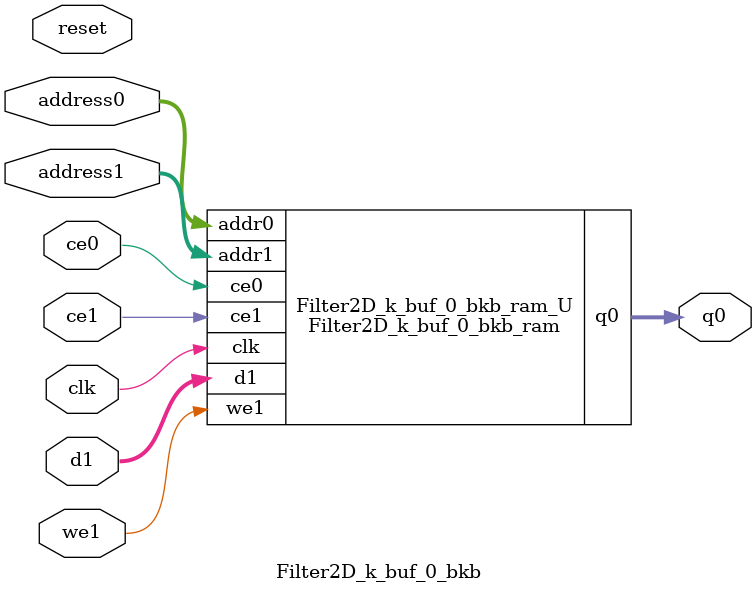
<source format=v>
`timescale 1 ns / 1 ps
module Filter2D_k_buf_0_bkb_ram (addr0, ce0, q0, addr1, ce1, d1, we1,  clk);

parameter DWIDTH = 8;
parameter AWIDTH = 11;
parameter MEM_SIZE = 1280;

input[AWIDTH-1:0] addr0;
input ce0;
output reg[DWIDTH-1:0] q0;
input[AWIDTH-1:0] addr1;
input ce1;
input[DWIDTH-1:0] d1;
input we1;
input clk;

(* ram_style = "block" *)reg [DWIDTH-1:0] ram[0:MEM_SIZE-1];




always @(posedge clk)  
begin 
    if (ce0) 
    begin
        q0 <= ram[addr0];
    end
end


always @(posedge clk)  
begin 
    if (ce1) 
    begin
        if (we1) 
        begin 
            ram[addr1] <= d1; 
        end 
    end
end


endmodule

`timescale 1 ns / 1 ps
module Filter2D_k_buf_0_bkb(
    reset,
    clk,
    address0,
    ce0,
    q0,
    address1,
    ce1,
    we1,
    d1);

parameter DataWidth = 32'd8;
parameter AddressRange = 32'd1280;
parameter AddressWidth = 32'd11;
input reset;
input clk;
input[AddressWidth - 1:0] address0;
input ce0;
output[DataWidth - 1:0] q0;
input[AddressWidth - 1:0] address1;
input ce1;
input we1;
input[DataWidth - 1:0] d1;



Filter2D_k_buf_0_bkb_ram Filter2D_k_buf_0_bkb_ram_U(
    .clk( clk ),
    .addr0( address0 ),
    .ce0( ce0 ),
    .q0( q0 ),
    .addr1( address1 ),
    .ce1( ce1 ),
    .we1( we1 ),
    .d1( d1 ));

endmodule


</source>
